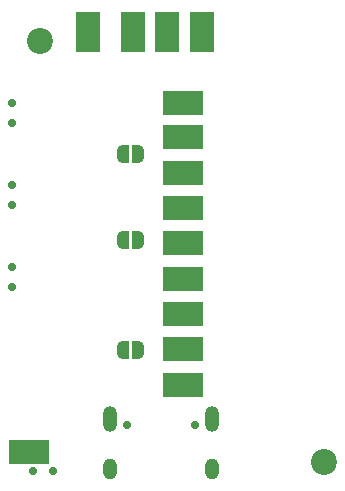
<source format=gbr>
%TF.GenerationSoftware,KiCad,Pcbnew,(6.0.9-0)*%
%TF.CreationDate,2022-11-18T22:27:02+01:00*%
%TF.ProjectId,GlowCoreMini PCB,476c6f77-436f-4726-954d-696e69205043,rev?*%
%TF.SameCoordinates,Original*%
%TF.FileFunction,Soldermask,Bot*%
%TF.FilePolarity,Negative*%
%FSLAX46Y46*%
G04 Gerber Fmt 4.6, Leading zero omitted, Abs format (unit mm)*
G04 Created by KiCad (PCBNEW (6.0.9-0)) date 2022-11-18 22:27:02*
%MOMM*%
%LPD*%
G01*
G04 APERTURE LIST*
G04 Aperture macros list*
%AMFreePoly0*
4,1,22,0.500000,-0.750000,0.000000,-0.750000,0.000000,-0.745033,-0.079941,-0.743568,-0.215256,-0.701293,-0.333266,-0.622738,-0.424486,-0.514219,-0.481581,-0.384460,-0.499164,-0.250000,-0.500000,-0.250000,-0.500000,0.250000,-0.499164,0.250000,-0.499963,0.256109,-0.478152,0.396186,-0.417904,0.524511,-0.324060,0.630769,-0.204165,0.706417,-0.067858,0.745374,0.000000,0.744959,0.000000,0.750000,
0.500000,0.750000,0.500000,-0.750000,0.500000,-0.750000,$1*%
%AMFreePoly1*
4,1,20,0.000000,0.744959,0.073905,0.744508,0.209726,0.703889,0.328688,0.626782,0.421226,0.519385,0.479903,0.390333,0.500000,0.250000,0.500000,-0.250000,0.499851,-0.262216,0.476331,-0.402017,0.414519,-0.529596,0.319384,-0.634700,0.198574,-0.708877,0.061801,-0.746166,0.000000,-0.745033,0.000000,-0.750000,-0.500000,-0.750000,-0.500000,0.750000,0.000000,0.750000,0.000000,0.744959,
0.000000,0.744959,$1*%
G04 Aperture macros list end*
%ADD10C,2.200000*%
%ADD11C,0.700025*%
%ADD12O,1.200000X2.200000*%
%ADD13O,1.200000X1.800000*%
%ADD14R,3.500000X2.000000*%
%ADD15R,2.000000X3.500000*%
%ADD16FreePoly0,180.000000*%
%ADD17FreePoly1,180.000000*%
%ADD18FreePoly0,0.000000*%
%ADD19FreePoly1,0.000000*%
G04 APERTURE END LIST*
D10*
%TO.C,H1*%
X86309200Y-51231800D03*
%TD*%
%TO.C,H2*%
X110337600Y-86893400D03*
%TD*%
D11*
%TO.C,SW2*%
X83985932Y-58203686D03*
X83985932Y-56503660D03*
%TD*%
%TO.C,SW3*%
X83985932Y-70397460D03*
X83985932Y-72097486D03*
%TD*%
%TO.C,SW4*%
X83985932Y-63450560D03*
X83985932Y-65150586D03*
%TD*%
%TO.C,SW1*%
X85701374Y-87692668D03*
X87401400Y-87692668D03*
%TD*%
%TO.C,USB1*%
X93658532Y-83781855D03*
X99438568Y-83781855D03*
D12*
X100868591Y-83281728D03*
D13*
X92228509Y-87461814D03*
D12*
X92228509Y-83281728D03*
D13*
X100868591Y-87461814D03*
%TD*%
D14*
%TO.C,P7*%
X98399600Y-62401061D03*
%TD*%
D15*
%TO.C,P1*%
X94160950Y-50495800D03*
%TD*%
D14*
%TO.C,P6*%
X98399600Y-59410600D03*
%TD*%
D16*
%TO.C,JP2*%
X94615000Y-77419200D03*
D17*
X93315000Y-77419200D03*
%TD*%
D14*
%TO.C,P10*%
X98399600Y-74362905D03*
%TD*%
D15*
%TO.C,P3*%
X100050600Y-50495800D03*
%TD*%
D14*
%TO.C,P11*%
X98399600Y-71372444D03*
%TD*%
%TO.C,P8*%
X98399600Y-65391522D03*
%TD*%
%TO.C,P14*%
X98399600Y-56515000D03*
%TD*%
D16*
%TO.C,JP1*%
X94615000Y-68097400D03*
D17*
X93315000Y-68097400D03*
%TD*%
D14*
%TO.C,P4*%
X98399600Y-77353366D03*
%TD*%
D18*
%TO.C,JP4*%
X93315000Y-60782200D03*
D19*
X94615000Y-60782200D03*
%TD*%
D15*
%TO.C,P2*%
X97105775Y-50495800D03*
%TD*%
D14*
%TO.C,P9*%
X98399600Y-68381983D03*
%TD*%
D15*
%TO.C,P12*%
X90401750Y-50495800D03*
%TD*%
D14*
%TO.C,P5*%
X98399600Y-80343829D03*
%TD*%
%TO.C,P13*%
X85394800Y-86029800D03*
%TD*%
M02*

</source>
